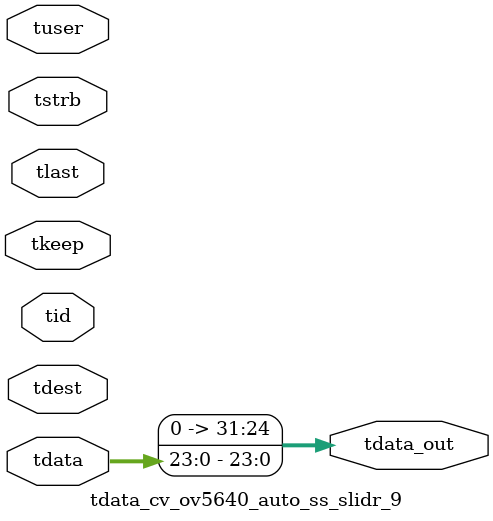
<source format=v>


`timescale 1ps/1ps

module tdata_cv_ov5640_auto_ss_slidr_9 #
(
parameter C_S_AXIS_TDATA_WIDTH = 32,
parameter C_S_AXIS_TUSER_WIDTH = 0,
parameter C_S_AXIS_TID_WIDTH   = 0,
parameter C_S_AXIS_TDEST_WIDTH = 0,
parameter C_M_AXIS_TDATA_WIDTH = 32
)
(
input  [(C_S_AXIS_TDATA_WIDTH == 0 ? 1 : C_S_AXIS_TDATA_WIDTH)-1:0     ] tdata,
input  [(C_S_AXIS_TUSER_WIDTH == 0 ? 1 : C_S_AXIS_TUSER_WIDTH)-1:0     ] tuser,
input  [(C_S_AXIS_TID_WIDTH   == 0 ? 1 : C_S_AXIS_TID_WIDTH)-1:0       ] tid,
input  [(C_S_AXIS_TDEST_WIDTH == 0 ? 1 : C_S_AXIS_TDEST_WIDTH)-1:0     ] tdest,
input  [(C_S_AXIS_TDATA_WIDTH/8)-1:0 ] tkeep,
input  [(C_S_AXIS_TDATA_WIDTH/8)-1:0 ] tstrb,
input                                                                    tlast,
output [C_M_AXIS_TDATA_WIDTH-1:0] tdata_out
);

assign tdata_out = {tdata[23:0]};

endmodule


</source>
